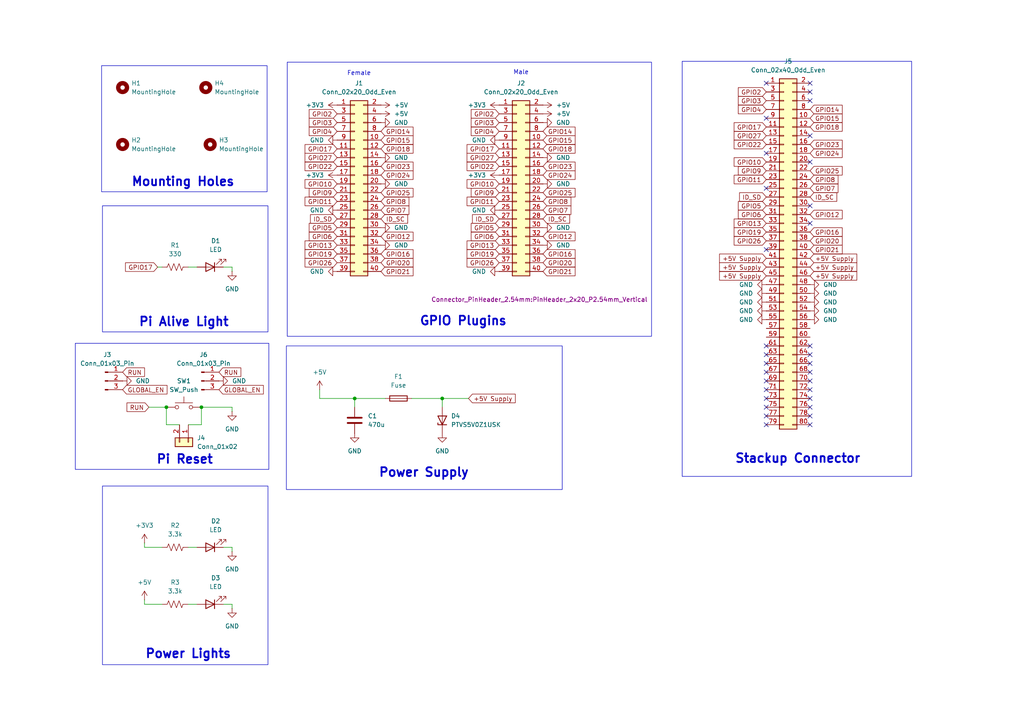
<source format=kicad_sch>
(kicad_sch (version 20250114) (generator "eeschema") (generator_version "9.0")
  (paper "A4")
  (lib_symbols
    (symbol "Connector:Conn_01x03_Pin" (pin_names (offset 1.016) (hide yes))
      (property "Reference" "J" (at 0 5.08 0))
      (property "Value" "Conn_01x03_Pin" (at 0 -5.08 0))
      (symbol "Conn_01x03_Pin_1_1"
        (pin passive line (at 5.08 2.54 180) (length 3.81) (name "Pin_1") (number "1"))
        (pin passive line (at 5.08 0 180) (length 3.81) (name "Pin_2") (number "2"))
        (pin passive line (at 5.08 -2.54 180) (length 3.81) (name "Pin_3") (number "3"))
      )
    )
    (symbol "Connector_Generic:Conn_01x02" (pin_names (offset 1.016) (hide yes))
      (property "Reference" "J" (at 0 2.54 0))
      (property "Value" "Conn_01x02" (at 0 -5.08 0))
      (symbol "Conn_01x02_1_1"
        (pin passive line (at -5.08 0 0) (length 3.81) (name "Pin_1") (number "1"))
        (pin passive line (at -5.08 -2.54 0) (length 3.81) (name "Pin_2") (number "2"))
      )
    )
    (symbol "Connector_Generic:Conn_02x20_Odd_Even" (pin_names (offset 1.016) (hide yes))
      (property "Reference" "J" (at 1.27 25.4 0))
      (property "Value" "Conn_02x20_Odd_Even" (at 1.27 -27.94 0))
      (symbol "Conn_02x20_Odd_Even_1_1"
        (pin passive line (at -5.08 22.86 0) (length 3.81) (name "Pin_1") (number "1"))
        (pin passive line (at -5.08 20.32 0) (length 3.81) (name "Pin_3") (number "3"))
        (pin passive line (at -5.08 17.78 0) (length 3.81) (name "Pin_5") (number "5"))
        (pin passive line (at -5.08 15.24 0) (length 3.81) (name "Pin_7") (number "7"))
        (pin passive line (at -5.08 12.7 0) (length 3.81) (name "Pin_9") (number "9"))
        (pin passive line (at -5.08 10.16 0) (length 3.81) (name "Pin_11") (number "11"))
        (pin passive line (at -5.08 7.62 0) (length 3.81) (name "Pin_13") (number "13"))
        (pin passive line (at -5.08 5.08 0) (length 3.81) (name "Pin_15") (number "15"))
        (pin passive line (at -5.08 2.54 0) (length 3.81) (name "Pin_17") (number "17"))
        (pin passive line (at -5.08 0 0) (length 3.81) (name "Pin_19") (number "19"))
        (pin passive line (at -5.08 -2.54 0) (length 3.81) (name "Pin_21") (number "21"))
        (pin passive line (at -5.08 -5.08 0) (length 3.81) (name "Pin_23") (number "23"))
        (pin passive line (at -5.08 -7.62 0) (length 3.81) (name "Pin_25") (number "25"))
        (pin passive line (at -5.08 -10.16 0) (length 3.81) (name "Pin_27") (number "27"))
        (pin passive line (at -5.08 -12.7 0) (length 3.81) (name "Pin_29") (number "29"))
        (pin passive line (at -5.08 -15.24 0) (length 3.81) (name "Pin_31") (number "31"))
        (pin passive line (at -5.08 -17.78 0) (length 3.81) (name "Pin_33") (number "33"))
        (pin passive line (at -5.08 -20.32 0) (length 3.81) (name "Pin_35") (number "35"))
        (pin passive line (at -5.08 -22.86 0) (length 3.81) (name "Pin_37") (number "37"))
        (pin passive line (at -5.08 -25.4 0) (length 3.81) (name "Pin_39") (number "39"))
        (pin passive line (at 7.62 22.86 180) (length 3.81) (name "Pin_2") (number "2"))
        (pin passive line (at 7.62 20.32 180) (length 3.81) (name "Pin_4") (number "4"))
        (pin passive line (at 7.62 17.78 180) (length 3.81) (name "Pin_6") (number "6"))
        (pin passive line (at 7.62 15.24 180) (length 3.81) (name "Pin_8") (number "8"))
        (pin passive line (at 7.62 12.7 180) (length 3.81) (name "Pin_10") (number "10"))
        (pin passive line (at 7.62 10.16 180) (length 3.81) (name "Pin_12") (number "12"))
        (pin passive line (at 7.62 7.62 180) (length 3.81) (name "Pin_14") (number "14"))
        (pin passive line (at 7.62 5.08 180) (length 3.81) (name "Pin_16") (number "16"))
        (pin passive line (at 7.62 2.54 180) (length 3.81) (name "Pin_18") (number "18"))
        (pin passive line (at 7.62 0 180) (length 3.81) (name "Pin_20") (number "20"))
        (pin passive line (at 7.62 -2.54 180) (length 3.81) (name "Pin_22") (number "22"))
        (pin passive line (at 7.62 -5.08 180) (length 3.81) (name "Pin_24") (number "24"))
        (pin passive line (at 7.62 -7.62 180) (length 3.81) (name "Pin_26") (number "26"))
        (pin passive line (at 7.62 -10.16 180) (length 3.81) (name "Pin_28") (number "28"))
        (pin passive line (at 7.62 -12.7 180) (length 3.81) (name "Pin_30") (number "30"))
        (pin passive line (at 7.62 -15.24 180) (length 3.81) (name "Pin_32") (number "32"))
        (pin passive line (at 7.62 -17.78 180) (length 3.81) (name "Pin_34") (number "34"))
        (pin passive line (at 7.62 -20.32 180) (length 3.81) (name "Pin_36") (number "36"))
        (pin passive line (at 7.62 -22.86 180) (length 3.81) (name "Pin_38") (number "38"))
        (pin passive line (at 7.62 -25.4 180) (length 3.81) (name "Pin_40") (number "40"))
      )
    )
    (symbol "Connector_Generic:Conn_02x40_Odd_Even" (pin_names (offset 1.016) (hide yes))
      (property "Reference" "J" (at 1.27 50.8 0))
      (property "Value" "Conn_02x40_Odd_Even" (at 1.27 -53.34 0))
      (symbol "Conn_02x40_Odd_Even_1_1"
        (pin passive line (at -5.08 48.26 0) (length 3.81) (name "Pin_1") (number "1"))
        (pin passive line (at -5.08 45.72 0) (length 3.81) (name "Pin_3") (number "3"))
        (pin passive line (at -5.08 43.18 0) (length 3.81) (name "Pin_5") (number "5"))
        (pin passive line (at -5.08 40.64 0) (length 3.81) (name "Pin_7") (number "7"))
        (pin passive line (at -5.08 38.1 0) (length 3.81) (name "Pin_9") (number "9"))
        (pin passive line (at -5.08 35.56 0) (length 3.81) (name "Pin_11") (number "11"))
        (pin passive line (at -5.08 33.02 0) (length 3.81) (name "Pin_13") (number "13"))
        (pin passive line (at -5.08 30.48 0) (length 3.81) (name "Pin_15") (number "15"))
        (pin passive line (at -5.08 27.94 0) (length 3.81) (name "Pin_17") (number "17"))
        (pin passive line (at -5.08 25.4 0) (length 3.81) (name "Pin_19") (number "19"))
        (pin passive line (at -5.08 22.86 0) (length 3.81) (name "Pin_21") (number "21"))
        (pin passive line (at -5.08 20.32 0) (length 3.81) (name "Pin_23") (number "23"))
        (pin passive line (at -5.08 17.78 0) (length 3.81) (name "Pin_25") (number "25"))
        (pin passive line (at -5.08 15.24 0) (length 3.81) (name "Pin_27") (number "27"))
        (pin passive line (at -5.08 12.7 0) (length 3.81) (name "Pin_29") (number "29"))
        (pin passive line (at -5.08 10.16 0) (length 3.81) (name "Pin_31") (number "31"))
        (pin passive line (at -5.08 7.62 0) (length 3.81) (name "Pin_33") (number "33"))
        (pin passive line (at -5.08 5.08 0) (length 3.81) (name "Pin_35") (number "35"))
        (pin passive line (at -5.08 2.54 0) (length 3.81) (name "Pin_37") (number "37"))
        (pin passive line (at -5.08 0 0) (length 3.81) (name "Pin_39") (number "39"))
        (pin passive line (at -5.08 -2.54 0) (length 3.81) (name "Pin_41") (number "41"))
        (pin passive line (at -5.08 -5.08 0) (length 3.81) (name "Pin_43") (number "43"))
        (pin passive line (at -5.08 -7.62 0) (length 3.81) (name "Pin_45") (number "45"))
        (pin passive line (at -5.08 -10.16 0) (length 3.81) (name "Pin_47") (number "47"))
        (pin passive line (at -5.08 -12.7 0) (length 3.81) (name "Pin_49") (number "49"))
        (pin passive line (at -5.08 -15.24 0) (length 3.81) (name "Pin_51") (number "51"))
        (pin passive line (at -5.08 -17.78 0) (length 3.81) (name "Pin_53") (number "53"))
        (pin passive line (at -5.08 -20.32 0) (length 3.81) (name "Pin_55") (number "55"))
        (pin passive line (at -5.08 -22.86 0) (length 3.81) (name "Pin_57") (number "57"))
        (pin passive line (at -5.08 -25.4 0) (length 3.81) (name "Pin_59") (number "59"))
        (pin passive line (at -5.08 -27.94 0) (length 3.81) (name "Pin_61") (number "61"))
        (pin passive line (at -5.08 -30.48 0) (length 3.81) (name "Pin_63") (number "63"))
        (pin passive line (at -5.08 -33.02 0) (length 3.81) (name "Pin_65") (number "65"))
        (pin passive line (at -5.08 -35.56 0) (length 3.81) (name "Pin_67") (number "67"))
        (pin passive line (at -5.08 -38.1 0) (length 3.81) (name "Pin_69") (number "69"))
        (pin passive line (at -5.08 -40.64 0) (length 3.81) (name "Pin_71") (number "71"))
        (pin passive line (at -5.08 -43.18 0) (length 3.81) (name "Pin_73") (number "73"))
        (pin passive line (at -5.08 -45.72 0) (length 3.81) (name "Pin_75") (number "75"))
        (pin passive line (at -5.08 -48.26 0) (length 3.81) (name "Pin_77") (number "77"))
        (pin passive line (at -5.08 -50.8 0) (length 3.81) (name "Pin_79") (number "79"))
        (pin passive line (at 7.62 48.26 180) (length 3.81) (name "Pin_2") (number "2"))
        (pin passive line (at 7.62 45.72 180) (length 3.81) (name "Pin_4") (number "4"))
        (pin passive line (at 7.62 43.18 180) (length 3.81) (name "Pin_6") (number "6"))
        (pin passive line (at 7.62 40.64 180) (length 3.81) (name "Pin_8") (number "8"))
        (pin passive line (at 7.62 38.1 180) (length 3.81) (name "Pin_10") (number "10"))
        (pin passive line (at 7.62 35.56 180) (length 3.81) (name "Pin_12") (number "12"))
        (pin passive line (at 7.62 33.02 180) (length 3.81) (name "Pin_14") (number "14"))
        (pin passive line (at 7.62 30.48 180) (length 3.81) (name "Pin_16") (number "16"))
        (pin passive line (at 7.62 27.94 180) (length 3.81) (name "Pin_18") (number "18"))
        (pin passive line (at 7.62 25.4 180) (length 3.81) (name "Pin_20") (number "20"))
        (pin passive line (at 7.62 22.86 180) (length 3.81) (name "Pin_22") (number "22"))
        (pin passive line (at 7.62 20.32 180) (length 3.81) (name "Pin_24") (number "24"))
        (pin passive line (at 7.62 17.78 180) (length 3.81) (name "Pin_26") (number "26"))
        (pin passive line (at 7.62 15.24 180) (length 3.81) (name "Pin_28") (number "28"))
        (pin passive line (at 7.62 12.7 180) (length 3.81) (name "Pin_30") (number "30"))
        (pin passive line (at 7.62 10.16 180) (length 3.81) (name "Pin_32") (number "32"))
        (pin passive line (at 7.62 7.62 180) (length 3.81) (name "Pin_34") (number "34"))
        (pin passive line (at 7.62 5.08 180) (length 3.81) (name "Pin_36") (number "36"))
        (pin passive line (at 7.62 2.54 180) (length 3.81) (name "Pin_38") (number "38"))
        (pin passive line (at 7.62 0 180) (length 3.81) (name "Pin_40") (number "40"))
        (pin passive line (at 7.62 -2.54 180) (length 3.81) (name "Pin_42") (number "42"))
        (pin passive line (at 7.62 -5.08 180) (length 3.81) (name "Pin_44") (number "44"))
        (pin passive line (at 7.62 -7.62 180) (length 3.81) (name "Pin_46") (number "46"))
        (pin passive line (at 7.62 -10.16 180) (length 3.81) (name "Pin_48") (number "48"))
        (pin passive line (at 7.62 -12.7 180) (length 3.81) (name "Pin_50") (number "50"))
        (pin passive line (at 7.62 -15.24 180) (length 3.81) (name "Pin_52") (number "52"))
        (pin passive line (at 7.62 -17.78 180) (length 3.81) (name "Pin_54") (number "54"))
        (pin passive line (at 7.62 -20.32 180) (length 3.81) (name "Pin_56") (number "56"))
        (pin passive line (at 7.62 -22.86 180) (length 3.81) (name "Pin_58") (number "58"))
        (pin passive line (at 7.62 -25.4 180) (length 3.81) (name "Pin_60") (number "60"))
        (pin passive line (at 7.62 -27.94 180) (length 3.81) (name "Pin_62") (number "62"))
        (pin passive line (at 7.62 -30.48 180) (length 3.81) (name "Pin_64") (number "64"))
        (pin passive line (at 7.62 -33.02 180) (length 3.81) (name "Pin_66") (number "66"))
        (pin passive line (at 7.62 -35.56 180) (length 3.81) (name "Pin_68") (number "68"))
        (pin passive line (at 7.62 -38.1 180) (length 3.81) (name "Pin_70") (number "70"))
        (pin passive line (at 7.62 -40.64 180) (length 3.81) (name "Pin_72") (number "72"))
        (pin passive line (at 7.62 -43.18 180) (length 3.81) (name "Pin_74") (number "74"))
        (pin passive line (at 7.62 -45.72 180) (length 3.81) (name "Pin_76") (number "76"))
        (pin passive line (at 7.62 -48.26 180) (length 3.81) (name "Pin_78") (number "78"))
        (pin passive line (at 7.62 -50.8 180) (length 3.81) (name "Pin_80") (number "80"))
      )
    )
    (symbol "Device:C" (pin_numbers (hide yes)) (pin_names (offset 0.254))
      (property "Reference" "C" (at 0.635 2.54 0))
      (property "Value" "C" (at 0.635 -2.54 0))
      (symbol "C_1_1"
        (pin passive line (at 0 3.81 270) (length 2.794) (name "~") (number "1"))
        (pin passive line (at 0 -3.81 90) (length 2.794) (name "~") (number "2"))
      )
    )
    (symbol "Device:Fuse" (pin_numbers (hide yes)) (pin_names (offset 0))
      (property "Reference" "F" (at 2.032 0 90))
      (property "Value" "Fuse" (at -1.905 0 90))
      (symbol "Fuse_1_1"
        (pin passive line (at 0 3.81 270) (length 1.27) (name "~") (number "1"))
        (pin passive line (at 0 -3.81 90) (length 1.27) (name "~") (number "2"))
      )
    )
    (symbol "Device:LED" (pin_numbers (hide yes)) (pin_names (offset 1.016) (hide yes))
      (property "Reference" "D" (at 0 2.54 0))
      (property "Value" "LED" (at 0 -2.54 0))
      (symbol "LED_1_1"
        (pin passive line (at -3.81 0 0) (length 2.54) (name "K") (number "1"))
        (pin passive line (at 3.81 0 180) (length 2.54) (name "A") (number "2"))
      )
    )
    (symbol "Device:R_US" (pin_numbers (hide yes)) (pin_names (offset 0))
      (property "Reference" "R" (at 2.54 0 90))
      (property "Value" "R_US" (at -2.54 0 90))
      (symbol "R_US_1_1"
        (pin passive line (at 0 3.81 270) (length 1.27) (name "~") (number "1"))
        (pin passive line (at 0 -3.81 90) (length 1.27) (name "~") (number "2"))
      )
    )
    (symbol "Diode:PTVS5V0Z1USK" (pin_numbers (hide yes)) (pin_names (hide yes))
      (property "Reference" "D" (at 0 2.54 0))
      (property "Value" "PTVS5V0Z1USK" (at 0 -2.54 0))
      (symbol "PTVS5V0Z1USK_1_1"
        (pin passive line (at -3.81 0 0) (length 2.54) (name "K") (number "1"))
        (pin passive line (at 3.81 0 180) (length 2.54) (name "A") (number "2"))
      )
    )
    (symbol "Mechanical:MountingHole" (pin_names (offset 1.016)) (in_bom no)
      (property "Reference" "H" (at 0 5.08 0))
      (property "Value" "MountingHole" (at 0 3.175 0))
    )
    (symbol "Switch:SW_Push" (pin_numbers (hide yes)) (pin_names (offset 1.016) (hide yes))
      (property "Reference" "SW" (at 1.27 2.54 0))
      (property "Value" "SW_Push" (at 0 -1.524 0))
      (symbol "SW_Push_0_1"
        (pin passive line (at -5.08 0 0) (length 2.54) (name "1") (number "1"))
        (pin passive line (at 5.08 0 180) (length 2.54) (name "2") (number "2"))
      )
    )
    (symbol "power:+3V3" (power) (pin_numbers (hide yes)) (pin_names (offset 0) (hide yes))
      (property "Value" "+3V3" (at 0 3.556 0))
      (symbol "+3V3_1_1"
        (pin power_in line (at 0 0 90) (length 0) (name "~") (number "1"))
      )
    )
    (symbol "power:+5V" (power) (pin_numbers (hide yes)) (pin_names (offset 0) (hide yes))
      (property "Value" "+5V" (at 0 3.556 0))
      (symbol "+5V_1_1"
        (pin power_in line (at 0 0 90) (length 0) (name "~") (number "1"))
      )
    )
    (symbol "power:GND" (power) (pin_numbers (hide yes)) (pin_names (offset 0) (hide yes))
      (property "Value" "GND" (at 0 -3.81 0))
      (symbol "GND_1_1"
        (pin power_in line (at 0 0 270) (length 0) (name "~") (number "1"))
      )
    )
  )
  (rectangle (start 197.866 17.78) (end 264.414 138.176))
  (rectangle (start 83.312 18.034) (end 188.976 97.536))
  (rectangle (start 21.844 99.568) (end 77.978 136.144))
  (rectangle (start 29.718 59.69) (end 77.724 96.266))
  (rectangle (start 83.058 100.33) (end 163.068 141.986))
  (rectangle (start 29.464 19.05) (end 77.47 55.626))
  (rectangle (start 29.718 140.97) (end 77.724 192.786))
  (text "Female" (at 104.14 21.336 0) (effects (font (size 1.27 1.27))))
  (text "Power Supply" (at 122.936 137.16 0) (effects (font (size 2.54 2.54) (thickness 0.508) (bold yes))))
  (text "Pi Reset" (at 53.594 133.35 0) (effects (font (size 2.54 2.54) (thickness 0.508) (bold yes))))
  (text "GPIO Plugins" (at 134.366 93.218 0) (effects (font (size 2.54 2.54) (thickness 0.508) (bold yes))))
  (text "Stackup Connector\n" (at 231.394 133.096 0) (effects (font (size 2.54 2.54) (thickness 0.508) (bold yes))))
  (text "Power Lights" (at 54.61 189.738 0) (effects (font (size 2.54 2.54) (thickness 0.508) (bold yes))))
  (text "Pi Alive Light" (at 53.34 93.472 0) (effects (font (size 2.54 2.54) (thickness 0.508) (bold yes))))
  (text "Male" (at 151.13 21.082 0) (effects (font (size 1.27 1.27))))
  (text "Mounting Holes" (at 53.086 52.832 0) (effects (font (size 2.54 2.54) (thickness 0.508) (bold yes))))
  (junction (at 48.26 118.11))
  (junction (at 128.27 115.57))
  (junction (at 58.42 118.11))
  (junction (at 102.87 115.57))
  (no_connect (at 234.95 115.57))
  (no_connect (at 234.95 107.95))
  (no_connect (at 222.25 72.39))
  (no_connect (at 234.95 113.03))
  (no_connect (at 222.25 110.49))
  (no_connect (at 234.95 118.11))
  (no_connect (at 234.95 102.87))
  (no_connect (at 222.25 123.19))
  (no_connect (at 234.95 100.33))
  (no_connect (at 222.25 54.61))
  (no_connect (at 234.95 29.21))
  (no_connect (at 222.25 24.13))
  (no_connect (at 234.95 59.69))
  (no_connect (at 222.25 115.57))
  (no_connect (at 234.95 26.67))
  (no_connect (at 234.95 120.65))
  (no_connect (at 222.25 120.65))
  (no_connect (at 234.95 24.13))
  (no_connect (at 234.95 46.99))
  (no_connect (at 222.25 113.03))
  (no_connect (at 234.95 105.41))
  (no_connect (at 222.25 100.33))
  (no_connect (at 234.95 64.77))
  (no_connect (at 234.95 110.49))
  (no_connect (at 222.25 44.45))
  (no_connect (at 222.25 107.95))
  (no_connect (at 234.95 39.37))
  (no_connect (at 234.95 123.19))
  (no_connect (at 222.25 102.87))
  (no_connect (at 222.25 105.41))
  (no_connect (at 222.25 118.11))
  (no_connect (at 222.25 34.29))
  (wire (pts (xy 102.87 115.57) (xy 111.76 115.57)))
  (wire (pts (xy 102.87 115.57) (xy 102.87 118.11)))
  (wire (pts (xy 45.72 77.47) (xy 46.99 77.47)))
  (wire (pts (xy 64.77 77.47) (xy 67.31 77.47)))
  (wire (pts (xy 54.61 158.75) (xy 57.15 158.75)))
  (wire (pts (xy 48.26 123.19) (xy 52.07 123.19)))
  (wire (pts (xy 43.18 118.11) (xy 48.26 118.11)))
  (wire (pts (xy 58.42 118.11) (xy 67.31 118.11)))
  (wire (pts (xy 92.71 113.03) (xy 92.71 115.57)))
  (wire (pts (xy 67.31 118.11) (xy 67.31 119.38)))
  (wire (pts (xy 128.27 118.11) (xy 128.27 115.57)))
  (wire (pts (xy 54.61 123.19) (xy 58.42 123.19)))
  (wire (pts (xy 119.38 115.57) (xy 128.27 115.57)))
  (wire (pts (xy 128.27 115.57) (xy 135.89 115.57)))
  (wire (pts (xy 54.61 77.47) (xy 57.15 77.47)))
  (wire (pts (xy 58.42 123.19) (xy 58.42 118.11)))
  (wire (pts (xy 92.71 115.57) (xy 102.87 115.57)))
  (wire (pts (xy 41.91 173.99) (xy 41.91 175.26)))
  (wire (pts (xy 54.61 175.26) (xy 57.15 175.26)))
  (wire (pts (xy 67.31 175.26) (xy 67.31 176.53)))
  (wire (pts (xy 67.31 158.75) (xy 67.31 160.02)))
  (wire (pts (xy 48.26 118.11) (xy 48.26 123.19)))
  (wire (pts (xy 41.91 158.75) (xy 46.99 158.75)))
  (wire (pts (xy 64.77 175.26) (xy 67.31 175.26)))
  (wire (pts (xy 67.31 77.47) (xy 67.31 78.74)))
  (wire (pts (xy 64.77 158.75) (xy 67.31 158.75)))
  (wire (pts (xy 41.91 157.48) (xy 41.91 158.75)))
  (wire (pts (xy 41.91 175.26) (xy 46.99 175.26)))
  (global_label "GPIO8" (shape input) (at 110.49 58.42 0) (property "Intersheetrefs" "${INTERSHEET_REFS}" (effects (hide yes))))
  (global_label "GPIO2" (shape input) (at 97.79 33.02 180) (property "Intersheetrefs" "${INTERSHEET_REFS}" (effects (hide yes))))
  (global_label "+5V Supply" (shape input) (at 234.95 74.93 0) (property "Intersheetrefs" "${INTERSHEET_REFS}" (effects (hide yes))))
  (global_label "GPIO12" (shape input) (at 110.49 68.58 0) (property "Intersheetrefs" "${INTERSHEET_REFS}" (effects (hide yes))))
  (global_label "GPIO6" (shape input) (at 144.78 68.58 180) (property "Intersheetrefs" "${INTERSHEET_REFS}" (effects (hide yes))))
  (global_label "GPIO10" (shape input) (at 97.79 53.34 180) (property "Intersheetrefs" "${INTERSHEET_REFS}" (effects (hide yes))))
  (global_label "GPIO22" (shape input) (at 97.79 48.26 180) (property "Intersheetrefs" "${INTERSHEET_REFS}" (effects (hide yes))))
  (global_label "ID_SC" (shape input) (at 234.95 57.15 0) (property "Intersheetrefs" "${INTERSHEET_REFS}" (effects (hide yes))))
  (global_label "GPIO25" (shape input) (at 234.95 49.53 0) (property "Intersheetrefs" "${INTERSHEET_REFS}" (effects (hide yes))))
  (global_label "ID_SD" (shape input) (at 97.79 63.5 180) (property "Intersheetrefs" "${INTERSHEET_REFS}" (effects (hide yes))))
  (global_label "GPIO18" (shape input) (at 157.48 43.18 0) (property "Intersheetrefs" "${INTERSHEET_REFS}" (effects (hide yes))))
  (global_label "GPIO21" (shape input) (at 234.95 72.39 0) (property "Intersheetrefs" "${INTERSHEET_REFS}" (effects (hide yes))))
  (global_label "GPIO2" (shape input) (at 144.78 33.02 180) (property "Intersheetrefs" "${INTERSHEET_REFS}" (effects (hide yes))))
  (global_label "GPIO24" (shape input) (at 234.95 44.45 0) (property "Intersheetrefs" "${INTERSHEET_REFS}" (effects (hide yes))))
  (global_label "GPIO15" (shape input) (at 157.48 40.64 0) (property "Intersheetrefs" "${INTERSHEET_REFS}" (effects (hide yes))))
  (global_label "RUN" (shape input) (at 43.18 118.11 180) (property "Intersheetrefs" "${INTERSHEET_REFS}" (effects (hide yes))))
  (global_label "GPIO8" (shape input) (at 234.95 52.07 0) (property "Intersheetrefs" "${INTERSHEET_REFS}" (effects (hide yes))))
  (global_label "GPIO9" (shape input) (at 144.78 55.88 180) (property "Intersheetrefs" "${INTERSHEET_REFS}" (effects (hide yes))))
  (global_label "GPIO21" (shape input) (at 110.49 78.74 0) (property "Intersheetrefs" "${INTERSHEET_REFS}" (effects (hide yes))))
  (global_label "GPIO20" (shape input) (at 234.95 69.85 0) (property "Intersheetrefs" "${INTERSHEET_REFS}" (effects (hide yes))))
  (global_label "RUN" (shape input) (at 35.56 107.95 0) (property "Intersheetrefs" "${INTERSHEET_REFS}" (effects (hide yes))))
  (global_label "GPIO27" (shape input) (at 222.25 39.37 180) (property "Intersheetrefs" "${INTERSHEET_REFS}" (effects (hide yes))))
  (global_label "GPIO6" (shape input) (at 97.79 68.58 180) (property "Intersheetrefs" "${INTERSHEET_REFS}" (effects (hide yes))))
  (global_label "GPIO7" (shape input) (at 157.48 60.96 0) (property "Intersheetrefs" "${INTERSHEET_REFS}" (effects (hide yes))))
  (global_label "GPIO11" (shape input) (at 97.79 58.42 180) (property "Intersheetrefs" "${INTERSHEET_REFS}" (effects (hide yes))))
  (global_label "GPIO16" (shape input) (at 234.95 67.31 0) (property "Intersheetrefs" "${INTERSHEET_REFS}" (effects (hide yes))))
  (global_label "GPIO7" (shape input) (at 110.49 60.96 0) (property "Intersheetrefs" "${INTERSHEET_REFS}" (effects (hide yes))))
  (global_label "GPIO20" (shape input) (at 157.48 76.2 0) (property "Intersheetrefs" "${INTERSHEET_REFS}" (effects (hide yes))))
  (global_label "GPIO10" (shape input) (at 222.25 46.99 180) (property "Intersheetrefs" "${INTERSHEET_REFS}" (effects (hide yes))))
  (global_label "GPIO13" (shape input) (at 97.79 71.12 180) (property "Intersheetrefs" "${INTERSHEET_REFS}" (effects (hide yes))))
  (global_label "GPIO15" (shape input) (at 234.95 34.29 0) (property "Intersheetrefs" "${INTERSHEET_REFS}" (effects (hide yes))))
  (global_label "GPIO13" (shape input) (at 144.78 71.12 180) (property "Intersheetrefs" "${INTERSHEET_REFS}" (effects (hide yes))))
  (global_label "+5V Supply" (shape input) (at 234.95 80.01 0) (property "Intersheetrefs" "${INTERSHEET_REFS}" (effects (hide yes))))
  (global_label "GPIO23" (shape input) (at 110.49 48.26 0) (property "Intersheetrefs" "${INTERSHEET_REFS}" (effects (hide yes))))
  (global_label "GPIO19" (shape input) (at 144.78 73.66 180) (property "Intersheetrefs" "${INTERSHEET_REFS}" (effects (hide yes))))
  (global_label "GPIO3" (shape input) (at 222.25 29.21 180) (property "Intersheetrefs" "${INTERSHEET_REFS}" (effects (hide yes))))
  (global_label "GPIO20" (shape input) (at 110.49 76.2 0) (property "Intersheetrefs" "${INTERSHEET_REFS}" (effects (hide yes))))
  (global_label "GPIO17" (shape input) (at 144.78 43.18 180) (property "Intersheetrefs" "${INTERSHEET_REFS}" (effects (hide yes))))
  (global_label "GPIO17" (shape input) (at 222.25 36.83 180) (property "Intersheetrefs" "${INTERSHEET_REFS}" (effects (hide yes))))
  (global_label "GPIO25" (shape input) (at 110.49 55.88 0) (property "Intersheetrefs" "${INTERSHEET_REFS}" (effects (hide yes))))
  (global_label "GPIO10" (shape input) (at 144.78 53.34 180) (property "Intersheetrefs" "${INTERSHEET_REFS}" (effects (hide yes))))
  (global_label "GPIO14" (shape input) (at 234.95 31.75 0) (property "Intersheetrefs" "${INTERSHEET_REFS}" (effects (hide yes))))
  (global_label "GPIO6" (shape input) (at 222.25 62.23 180) (property "Intersheetrefs" "${INTERSHEET_REFS}" (effects (hide yes))))
  (global_label "GPIO7" (shape input) (at 234.95 54.61 0) (property "Intersheetrefs" "${INTERSHEET_REFS}" (effects (hide yes))))
  (global_label "RUN" (shape input) (at 63.5 107.95 0) (property "Intersheetrefs" "${INTERSHEET_REFS}" (effects (hide yes))))
  (global_label "GPIO11" (shape input) (at 144.78 58.42 180) (property "Intersheetrefs" "${INTERSHEET_REFS}" (effects (hide yes))))
  (global_label "ID_SC" (shape input) (at 110.49 63.5 0) (property "Intersheetrefs" "${INTERSHEET_REFS}" (effects (hide yes))))
  (global_label "GPIO4" (shape input) (at 222.25 31.75 180) (property "Intersheetrefs" "${INTERSHEET_REFS}" (effects (hide yes))))
  (global_label "GPIO5" (shape input) (at 222.25 59.69 180) (property "Intersheetrefs" "${INTERSHEET_REFS}" (effects (hide yes))))
  (global_label "GPIO12" (shape input) (at 157.48 68.58 0) (property "Intersheetrefs" "${INTERSHEET_REFS}" (effects (hide yes))))
  (global_label "GPIO21" (shape input) (at 157.48 78.74 0) (property "Intersheetrefs" "${INTERSHEET_REFS}" (effects (hide yes))))
  (global_label "ID_SD" (shape input) (at 222.25 57.15 180) (property "Intersheetrefs" "${INTERSHEET_REFS}" (effects (hide yes))))
  (global_label "GPIO19" (shape input) (at 222.25 67.31 180) (property "Intersheetrefs" "${INTERSHEET_REFS}" (effects (hide yes))))
  (global_label "GPIO17" (shape input) (at 97.79 43.18 180) (property "Intersheetrefs" "${INTERSHEET_REFS}" (effects (hide yes))))
  (global_label "GPIO16" (shape input) (at 110.49 73.66 0) (property "Intersheetrefs" "${INTERSHEET_REFS}" (effects (hide yes))))
  (global_label "GPIO26" (shape input) (at 144.78 76.2 180) (property "Intersheetrefs" "${INTERSHEET_REFS}" (effects (hide yes))))
  (global_label "+5V Supply" (shape input) (at 222.25 74.93 180) (property "Intersheetrefs" "${INTERSHEET_REFS}" (effects (hide yes))))
  (global_label "GPIO14" (shape input) (at 110.49 38.1 0) (property "Intersheetrefs" "${INTERSHEET_REFS}" (effects (hide yes))))
  (global_label "+5V Supply" (shape input) (at 135.89 115.57 0) (property "Intersheetrefs" "${INTERSHEET_REFS}" (effects (hide yes))))
  (global_label "GLOBAL_EN" (shape input) (at 35.56 113.03 0) (property "Intersheetrefs" "${INTERSHEET_REFS}" (effects (hide yes))))
  (global_label "GPIO4" (shape input) (at 144.78 38.1 180) (property "Intersheetrefs" "${INTERSHEET_REFS}" (effects (hide yes))))
  (global_label "+5V Supply" (shape input) (at 222.25 77.47 180) (property "Intersheetrefs" "${INTERSHEET_REFS}" (effects (hide yes))))
  (global_label "GPIO5" (shape input) (at 144.78 66.04 180) (property "Intersheetrefs" "${INTERSHEET_REFS}" (effects (hide yes))))
  (global_label "GPIO19" (shape input) (at 97.79 73.66 180) (property "Intersheetrefs" "${INTERSHEET_REFS}" (effects (hide yes))))
  (global_label "GPIO3" (shape input) (at 144.78 35.56 180) (property "Intersheetrefs" "${INTERSHEET_REFS}" (effects (hide yes))))
  (global_label "GPIO18" (shape input) (at 110.49 43.18 0) (property "Intersheetrefs" "${INTERSHEET_REFS}" (effects (hide yes))))
  (global_label "GPIO11" (shape input) (at 222.25 52.07 180) (property "Intersheetrefs" "${INTERSHEET_REFS}" (effects (hide yes))))
  (global_label "GPIO13" (shape input) (at 222.25 64.77 180) (property "Intersheetrefs" "${INTERSHEET_REFS}" (effects (hide yes))))
  (global_label "GPIO4" (shape input) (at 97.79 38.1 180) (property "Intersheetrefs" "${INTERSHEET_REFS}" (effects (hide yes))))
  (global_label "GPIO22" (shape input) (at 144.78 48.26 180) (property "Intersheetrefs" "${INTERSHEET_REFS}" (effects (hide yes))))
  (global_label "+5V Supply" (shape input) (at 222.25 80.01 180) (property "Intersheetrefs" "${INTERSHEET_REFS}" (effects (hide yes))))
  (global_label "GPIO8" (shape input) (at 157.48 58.42 0) (property "Intersheetrefs" "${INTERSHEET_REFS}" (effects (hide yes))))
  (global_label "ID_SC" (shape input) (at 157.48 63.5 0) (property "Intersheetrefs" "${INTERSHEET_REFS}" (effects (hide yes))))
  (global_label "GPIO25" (shape input) (at 157.48 55.88 0) (property "Intersheetrefs" "${INTERSHEET_REFS}" (effects (hide yes))))
  (global_label "GPIO24" (shape input) (at 157.48 50.8 0) (property "Intersheetrefs" "${INTERSHEET_REFS}" (effects (hide yes))))
  (global_label "GPIO3" (shape input) (at 97.79 35.56 180) (property "Intersheetrefs" "${INTERSHEET_REFS}" (effects (hide yes))))
  (global_label "GLOBAL_EN" (shape input) (at 63.5 113.03 0) (property "Intersheetrefs" "${INTERSHEET_REFS}" (effects (hide yes))))
  (global_label "GPIO23" (shape input) (at 157.48 48.26 0) (property "Intersheetrefs" "${INTERSHEET_REFS}" (effects (hide yes))))
  (global_label "GPIO9" (shape input) (at 222.25 49.53 180) (property "Intersheetrefs" "${INTERSHEET_REFS}" (effects (hide yes))))
  (global_label "GPIO26" (shape input) (at 97.79 76.2 180) (property "Intersheetrefs" "${INTERSHEET_REFS}" (effects (hide yes))))
  (global_label "GPIO5" (shape input) (at 97.79 66.04 180) (property "Intersheetrefs" "${INTERSHEET_REFS}" (effects (hide yes))))
  (global_label "+5V Supply" (shape input) (at 234.95 77.47 0) (property "Intersheetrefs" "${INTERSHEET_REFS}" (effects (hide yes))))
  (global_label "GPIO27" (shape input) (at 97.79 45.72 180) (property "Intersheetrefs" "${INTERSHEET_REFS}" (effects (hide yes))))
  (global_label "GPIO22" (shape input) (at 222.25 41.91 180) (property "Intersheetrefs" "${INTERSHEET_REFS}" (effects (hide yes))))
  (global_label "GPIO26" (shape input) (at 222.25 69.85 180) (property "Intersheetrefs" "${INTERSHEET_REFS}" (effects (hide yes))))
  (global_label "GPIO23" (shape input) (at 234.95 41.91 0) (property "Intersheetrefs" "${INTERSHEET_REFS}" (effects (hide yes))))
  (global_label "GPIO17" (shape input) (at 45.72 77.47 180) (property "Intersheetrefs" "${INTERSHEET_REFS}" (effects (hide yes))))
  (global_label "GPIO27" (shape input) (at 144.78 45.72 180) (property "Intersheetrefs" "${INTERSHEET_REFS}" (effects (hide yes))))
  (global_label "GPIO24" (shape input) (at 110.49 50.8 0) (property "Intersheetrefs" "${INTERSHEET_REFS}" (effects (hide yes))))
  (global_label "GPIO9" (shape input) (at 97.79 55.88 180) (property "Intersheetrefs" "${INTERSHEET_REFS}" (effects (hide yes))))
  (global_label "GPIO12" (shape input) (at 234.95 62.23 0) (property "Intersheetrefs" "${INTERSHEET_REFS}" (effects (hide yes))))
  (global_label "ID_SD" (shape input) (at 144.78 63.5 180) (property "Intersheetrefs" "${INTERSHEET_REFS}" (effects (hide yes))))
  (global_label "GPIO16" (shape input) (at 157.48 73.66 0) (property "Intersheetrefs" "${INTERSHEET_REFS}" (effects (hide yes))))
  (global_label "GPIO14" (shape input) (at 157.48 38.1 0) (property "Intersheetrefs" "${INTERSHEET_REFS}" (effects (hide yes))))
  (global_label "GPIO18" (shape input) (at 234.95 36.83 0) (property "Intersheetrefs" "${INTERSHEET_REFS}" (effects (hide yes))))
  (global_label "GPIO2" (shape input) (at 222.25 26.67 180) (property "Intersheetrefs" "${INTERSHEET_REFS}" (effects (hide yes))))
  (global_label "GPIO15" (shape input) (at 110.49 40.64 0) (property "Intersheetrefs" "${INTERSHEET_REFS}" (effects (hide yes))))
  (symbol (lib_id "power:+5V") (at 157.48 33.02 270) (unit 1)
    (property "Reference" "#PWR019" (effects (hide yes)))
    (property "Value" "+5V" (at 161.29 33.0199 90) (effects (justify left)))
    (property "Description" "Power symbol creates a global label with name \"+5V\"" (effects (hide yes)))
  )
  (symbol (lib_id "power:+5V") (at 110.49 33.02 270) (unit 1)
    (property "Reference" "#PWR03" (effects (hide yes)))
    (property "Value" "+5V" (at 114.3 33.0199 90) (effects (justify left)))
    (property "Description" "Power symbol creates a global label with name \"+5V\"" (effects (hide yes)))
  )
  (symbol (lib_id "power:GND") (at 63.5 110.49 90) (unit 1)
    (property "Reference" "#PWR044" (effects (hide yes)))
    (property "Value" "GND" (at 67.31 110.4899 90) (effects (justify right)))
    (property "Description" "Power symbol creates a global label with name \"GND\" , ground" (effects (hide yes)))
  )
  (symbol (lib_id "power:GND") (at 234.95 92.71 90) (unit 1)
    (property "Reference" "#PWR043" (effects (hide yes)))
    (property "Value" "GND" (at 238.76 92.7099 90) (effects (justify right)))
    (property "Description" "Power symbol creates a global label with name \"GND\" , ground" (effects (hide yes)))
  )
  (symbol (lib_id "power:GND") (at 110.49 35.56 90) (unit 1)
    (property "Reference" "#PWR04" (effects (hide yes)))
    (property "Value" "GND" (at 114.3 35.5599 90) (effects (justify right)))
    (property "Description" "Power symbol creates a global label with name \"GND\" , ground" (effects (hide yes)))
  )
  (symbol (lib_id "Mechanical:MountingHole") (at 59.69 25.4 0) (unit 1) (in_bom no)
    (property "Reference" "H4" (at 62.23 24.1299 0) (effects (justify left)))
    (property "Value" "MountingHole" (at 62.23 26.6699 0) (effects (justify left)))
    (property "Footprint" "MountingHole:MountingHole_3.2mm_M3" (effects (hide yes)))
    (property "Description" "Mounting Hole without connection" (effects (hide yes)))
  )
  (symbol (lib_id "Device:R_US") (at 50.8 158.75 90) (unit 1)
    (property "Reference" "R2" (at 50.8 152.4 90))
    (property "Value" "3.3k" (at 50.8 154.94 90))
    (property "Footprint" "Resistor_SMD:R_0805_2012Metric_Pad1.20x1.40mm_HandSolder" (effects (hide yes)))
    (property "Description" "Resistor, US symbol" (effects (hide yes)))
  )
  (symbol (lib_id "power:+5V") (at 41.91 173.99 0) (unit 1)
    (property "Reference" "#PWR030" (effects (hide yes)))
    (property "Value" "+5V" (at 41.91 168.91 0))
    (property "Description" "Power symbol creates a global label with name \"+5V\"" (effects (hide yes)))
  )
  (symbol (lib_id "power:GND") (at 67.31 119.38 0) (unit 1)
    (property "Reference" "#PWR026" (effects (hide yes)))
    (property "Value" "GND" (at 67.31 124.46 0))
    (property "Description" "Power symbol creates a global label with name \"GND\" , ground" (effects (hide yes)))
  )
  (symbol (lib_id "power:GND") (at 67.31 176.53 0) (unit 1)
    (property "Reference" "#PWR028" (effects (hide yes)))
    (property "Value" "GND" (at 67.31 181.61 0))
    (property "Description" "Power symbol creates a global label with name \"GND\" , ground" (effects (hide yes)))
  )
  (symbol (lib_id "power:GND") (at 234.95 85.09 90) (unit 1)
    (property "Reference" "#PWR036" (effects (hide yes)))
    (property "Value" "GND" (at 238.76 85.0899 90) (effects (justify right)))
    (property "Description" "Power symbol creates a global label with name \"GND\" , ground" (effects (hide yes)))
  )
  (symbol (lib_id "Diode:PTVS5V0Z1USK") (at 128.27 121.92 90) (unit 1)
    (property "Reference" "D4" (at 130.81 120.6499 90) (effects (justify right)))
    (property "Value" "PTVS5V0Z1USK" (at 130.81 123.1899 90) (effects (justify right)))
    (property "Footprint" "Diode_SMD:Nexperia_DSN1608-2_1.6x0.8mm" (effects (hide yes)))
    (property "Datasheet" "https://assets.nexperia.com/documents/data-sheet/PTVS5V0Z1USK.pdf" (effects (hide yes)))
    (property "Description" "5V, 1200W TVS unidirectional diode, DSN1608-2" (effects (hide yes)))
  )
  (symbol (lib_id "power:GND") (at 144.78 78.74 270) (unit 1)
    (property "Reference" "#PWR017" (effects (hide yes)))
    (property "Value" "GND" (at 140.97 78.7399 90) (effects (justify right)))
    (property "Description" "Power symbol creates a global label with name \"GND\" , ground" (effects (hide yes)))
  )
  (symbol (lib_id "Switch:SW_Push") (at 53.34 118.11 0) (unit 1)
    (property "Reference" "SW1" (at 53.34 110.49 0))
    (property "Value" "SW_Push" (at 53.34 113.03 0))
    (property "Footprint" "Button_Switch_THT:SW_PUSH_6mm" (effects (hide yes)))
    (property "Description" "Push button switch, generic, two pins" (effects (hide yes)))
  )
  (symbol (lib_id "power:GND") (at 144.78 40.64 270) (unit 1)
    (property "Reference" "#PWR014" (effects (hide yes)))
    (property "Value" "GND" (at 140.97 40.6399 90) (effects (justify right)))
    (property "Description" "Power symbol creates a global label with name \"GND\" , ground" (effects (hide yes)))
  )
  (symbol (lib_id "Mechanical:MountingHole") (at 35.56 41.91 0) (unit 1) (in_bom no)
    (property "Reference" "H2" (at 38.1 40.6399 0) (effects (justify left)))
    (property "Value" "MountingHole" (at 38.1 43.1799 0) (effects (justify left)))
    (property "Footprint" "MountingHole:MountingHole_3.2mm_M3" (effects (hide yes)))
    (property "Description" "Mounting Hole without connection" (effects (hide yes)))
  )
  (symbol (lib_id "power:GND") (at 157.48 71.12 90) (unit 1)
    (property "Reference" "#PWR024" (effects (hide yes)))
    (property "Value" "GND" (at 161.29 71.1199 90) (effects (justify right)))
    (property "Description" "Power symbol creates a global label with name \"GND\" , ground" (effects (hide yes)))
  )
  (symbol (lib_id "power:GND") (at 110.49 66.04 90) (unit 1)
    (property "Reference" "#PWR07" (effects (hide yes)))
    (property "Value" "GND" (at 114.3 66.0399 90) (effects (justify right)))
    (property "Description" "Power symbol creates a global label with name \"GND\" , ground" (effects (hide yes)))
  )
  (symbol (lib_id "Connector_Generic:Conn_02x20_Odd_Even") (at 102.87 53.34 0) (unit 1)
    (property "Reference" "J1" (at 104.14 24.13 0))
    (property "Value" "Conn_02x20_Odd_Even" (at 104.14 26.67 0))
    (property "Footprint" "Connector_PinSocket_2.54mm:PinSocket_2x20_P2.54mm_Vertical" (effects (hide yes)))
    (property "Description" "Generic connector, double row, 02x20, odd/even pin numbering scheme (row 1 odd numbers, row 2 even numbers), script generated (kicad-library-utils/schlib/autogen/connector/)" (effects (hide yes)))
  )
  (symbol (lib_id "Mechanical:MountingHole") (at 35.56 25.4 0) (unit 1) (in_bom no)
    (property "Reference" "H1" (at 38.1 24.1299 0) (effects (justify left)))
    (property "Value" "MountingHole" (at 38.1 26.6699 0) (effects (justify left)))
    (property "Footprint" "MountingHole:MountingHole_3.2mm_M3" (effects (hide yes)))
    (property "Description" "Mounting Hole without connection" (effects (hide yes)))
  )
  (symbol (lib_id "power:GND") (at 35.56 110.49 90) (unit 1)
    (property "Reference" "#PWR045" (effects (hide yes)))
    (property "Value" "GND" (at 39.37 110.4899 90) (effects (justify right)))
    (property "Description" "Power symbol creates a global label with name \"GND\" , ground" (effects (hide yes)))
  )
  (symbol (lib_id "power:+3V3") (at 144.78 50.8 90) (unit 1)
    (property "Reference" "#PWR015" (effects (hide yes)))
    (property "Value" "+3V3" (at 140.97 50.7999 90) (effects (justify left)))
    (property "Description" "Power symbol creates a global label with name \"+3V3\"" (effects (hide yes)))
  )
  (symbol (lib_id "Device:LED") (at 60.96 175.26 180) (unit 1)
    (property "Reference" "D3" (at 62.5475 167.64 0))
    (property "Value" "LED" (at 62.5475 170.18 0))
    (property "Footprint" "LED_THT:LED_D5.0mm" (effects (hide yes)))
    (property "Description" "Light emitting diode" (effects (hide yes)))
    (property "Sim.Pins" "1=K 2=A" (effects (hide yes)))
  )
  (symbol (lib_id "power:GND") (at 67.31 160.02 0) (unit 1)
    (property "Reference" "#PWR027" (effects (hide yes)))
    (property "Value" "GND" (at 67.31 165.1 0))
    (property "Description" "Power symbol creates a global label with name \"GND\" , ground" (effects (hide yes)))
  )
  (symbol (lib_id "Connector_Generic:Conn_02x20_Odd_Even") (at 149.86 53.34 0) (unit 1)
    (property "Reference" "J2" (at 151.13 24.13 0))
    (property "Value" "Conn_02x20_Odd_Even" (at 151.13 26.67 0))
    (property "Footprint" "Connector_PinHeader_2.54mm:PinHeader_2x20_P2.54mm_Vertical" (at 156.464 86.868 0))
    (property "Description" "Generic connector, double row, 02x20, odd/even pin numbering scheme (row 1 odd numbers, row 2 even numbers), script generated (kicad-library-utils/schlib/autogen/connector/)" (effects (hide yes)))
  )
  (symbol (lib_id "Mechanical:MountingHole") (at 60.96 41.91 0) (unit 1) (in_bom no)
    (property "Reference" "H3" (at 63.5 40.6399 0) (effects (justify left)))
    (property "Value" "MountingHole" (at 63.5 43.1799 0) (effects (justify left)))
    (property "Footprint" "MountingHole:MountingHole_3.2mm_M3" (effects (hide yes)))
    (property "Description" "Mounting Hole without connection" (effects (hide yes)))
  )
  (symbol (lib_id "Device:R_US") (at 50.8 77.47 90) (unit 1)
    (property "Reference" "R1" (at 50.8 71.12 90))
    (property "Value" "330" (at 50.8 73.66 90))
    (property "Footprint" "Resistor_SMD:R_0805_2012Metric_Pad1.20x1.40mm_HandSolder" (effects (hide yes)))
    (property "Description" "Resistor, US symbol" (effects (hide yes)))
  )
  (symbol (lib_id "power:GND") (at 157.48 66.04 90) (unit 1)
    (property "Reference" "#PWR023" (effects (hide yes)))
    (property "Value" "GND" (at 161.29 66.0399 90) (effects (justify right)))
    (property "Description" "Power symbol creates a global label with name \"GND\" , ground" (effects (hide yes)))
  )
  (symbol (lib_id "power:+5V") (at 157.48 30.48 270) (unit 1)
    (property "Reference" "#PWR018" (effects (hide yes)))
    (property "Value" "+5V" (at 161.29 30.4799 90) (effects (justify left)))
    (property "Description" "Power symbol creates a global label with name \"+5V\"" (effects (hide yes)))
  )
  (symbol (lib_id "power:+3V3") (at 41.91 157.48 0) (unit 1)
    (property "Reference" "#PWR029" (effects (hide yes)))
    (property "Value" "+3V3" (at 41.91 152.4 0))
    (property "Description" "Power symbol creates a global label with name \"+3V3\"" (effects (hide yes)))
  )
  (symbol (lib_id "Device:LED") (at 60.96 77.47 180) (unit 1)
    (property "Reference" "D1" (at 62.5475 69.85 0))
    (property "Value" "LED" (at 62.5475 72.39 0))
    (property "Footprint" "LED_THT:LED_D5.0mm" (effects (hide yes)))
    (property "Description" "Light emitting diode" (effects (hide yes)))
    (property "Sim.Pins" "1=K 2=A" (effects (hide yes)))
  )
  (symbol (lib_id "Connector_Generic:Conn_01x02") (at 54.61 128.27 270) (unit 1)
    (property "Reference" "J4" (at 57.15 126.9999 90) (effects (justify left)))
    (property "Value" "Conn_01x02" (at 57.15 129.5399 90) (effects (justify left)))
    (property "Footprint" "Connector_JST:JST_PH_B2B-PH-K_1x02_P2.00mm_Vertical" (effects (hide yes)))
    (property "Description" "Generic connector, single row, 01x02, script generated (kicad-library-utils/schlib/autogen/connector/)" (effects (hide yes)))
  )
  (symbol (lib_id "power:GND") (at 157.48 35.56 90) (unit 1)
    (property "Reference" "#PWR020" (effects (hide yes)))
    (property "Value" "GND" (at 161.29 35.5599 90) (effects (justify right)))
    (property "Description" "Power symbol creates a global label with name \"GND\" , ground" (effects (hide yes)))
  )
  (symbol (lib_id "power:GND") (at 157.48 45.72 90) (unit 1)
    (property "Reference" "#PWR021" (effects (hide yes)))
    (property "Value" "GND" (at 161.29 45.7199 90) (effects (justify right)))
    (property "Description" "Power symbol creates a global label with name \"GND\" , ground" (effects (hide yes)))
  )
  (symbol (lib_id "power:GND") (at 222.25 85.09 270) (unit 1)
    (property "Reference" "#PWR037" (effects (hide yes)))
    (property "Value" "GND" (at 218.44 85.0901 90) (effects (justify right)))
    (property "Description" "Power symbol creates a global label with name \"GND\" , ground" (effects (hide yes)))
  )
  (symbol (lib_id "power:GND") (at 157.48 53.34 90) (unit 1)
    (property "Reference" "#PWR022" (effects (hide yes)))
    (property "Value" "GND" (at 161.29 53.3399 90) (effects (justify right)))
    (property "Description" "Power symbol creates a global label with name \"GND\" , ground" (effects (hide yes)))
  )
  (symbol (lib_id "power:GND") (at 222.25 92.71 270) (unit 1)
    (property "Reference" "#PWR039" (effects (hide yes)))
    (property "Value" "GND" (at 218.44 92.7101 90) (effects (justify right)))
    (property "Description" "Power symbol creates a global label with name \"GND\" , ground" (effects (hide yes)))
  )
  (symbol (lib_id "power:GND") (at 234.95 87.63 90) (unit 1)
    (property "Reference" "#PWR041" (effects (hide yes)))
    (property "Value" "GND" (at 238.76 87.6299 90) (effects (justify right)))
    (property "Description" "Power symbol creates a global label with name \"GND\" , ground" (effects (hide yes)))
  )
  (symbol (lib_id "power:GND") (at 102.87 125.73 0) (unit 1)
    (property "Reference" "#PWR033" (effects (hide yes)))
    (property "Value" "GND" (at 102.87 130.81 0))
    (property "Description" "Power symbol creates a global label with name \"GND\" , ground" (effects (hide yes)))
  )
  (symbol (lib_id "power:GND") (at 67.31 78.74 0) (unit 1)
    (property "Reference" "#PWR025" (effects (hide yes)))
    (property "Value" "GND" (at 67.31 83.82 0))
    (property "Description" "Power symbol creates a global label with name \"GND\" , ground" (effects (hide yes)))
  )
  (symbol (lib_id "Device:C") (at 102.87 121.92 0) (unit 1)
    (property "Reference" "C1" (at 106.68 120.6499 0) (effects (justify left)))
    (property "Value" "470u" (at 106.68 123.1899 0) (effects (justify left)))
    (property "Footprint" "Capacitor_THT:CP_Radial_D10.0mm_P5.00mm" (effects (hide yes)))
    (property "Description" "Unpolarized capacitor" (effects (hide yes)))
  )
  (symbol (lib_id "power:GND") (at 222.25 87.63 270) (unit 1)
    (property "Reference" "#PWR040" (effects (hide yes)))
    (property "Value" "GND" (at 218.44 87.6301 90) (effects (justify right)))
    (property "Description" "Power symbol creates a global label with name \"GND\" , ground" (effects (hide yes)))
  )
  (symbol (lib_id "Device:R_US") (at 50.8 175.26 90) (unit 1)
    (property "Reference" "R3" (at 50.8 168.91 90))
    (property "Value" "3.3k" (at 50.8 171.45 90))
    (property "Footprint" "Resistor_SMD:R_0805_2012Metric_Pad1.20x1.40mm_HandSolder" (effects (hide yes)))
    (property "Description" "Resistor, US symbol" (effects (hide yes)))
  )
  (symbol (lib_id "Connector:Conn_01x03_Pin") (at 58.42 110.49 0) (unit 1)
    (property "Reference" "J6" (at 59.055 102.87 0))
    (property "Value" "Conn_01x03_Pin" (at 59.055 105.41 0))
    (property "Footprint" "Connector_PinHeader_2.54mm:PinHeader_1x03_P2.54mm_Vertical" (effects (hide yes)))
    (property "Description" "Generic connector, single row, 01x03, script generated" (effects (hide yes)))
  )
  (symbol (lib_id "power:+3V3") (at 97.79 50.8 90) (unit 1)
    (property "Reference" "#PWR010" (effects (hide yes)))
    (property "Value" "+3V3" (at 93.98 50.7999 90) (effects (justify left)))
    (property "Description" "Power symbol creates a global label with name \"+3V3\"" (effects (hide yes)))
  )
  (symbol (lib_id "power:GND") (at 97.79 60.96 270) (unit 1)
    (property "Reference" "#PWR011" (effects (hide yes)))
    (property "Value" "GND" (at 93.98 60.9599 90) (effects (justify right)))
    (property "Description" "Power symbol creates a global label with name \"GND\" , ground" (effects (hide yes)))
  )
  (symbol (lib_id "Device:Fuse") (at 115.57 115.57 90) (unit 1)
    (property "Reference" "F1" (at 115.57 109.22 90))
    (property "Value" "Fuse" (at 115.57 111.76 90))
    (property "Footprint" "Custom:Fuseholder_Littelfuse_Nano2_154x_3D" (effects (hide yes)))
    (property "Description" "Fuse" (effects (hide yes)))
  )
  (symbol (lib_id "Connector:Conn_01x03_Pin") (at 30.48 110.49 0) (unit 1)
    (property "Reference" "J3" (at 31.115 102.87 0))
    (property "Value" "Conn_01x03_Pin" (at 31.115 105.41 0))
    (property "Footprint" "Connector_PinHeader_2.54mm:PinHeader_1x03_P2.54mm_Vertical" (effects (hide yes)))
    (property "Description" "Generic connector, single row, 01x03, script generated" (effects (hide yes)))
  )
  (symbol (lib_id "power:GND") (at 222.25 90.17 270) (unit 1)
    (property "Reference" "#PWR034" (effects (hide yes)))
    (property "Value" "GND" (at 218.44 90.1701 90) (effects (justify right)))
    (property "Description" "Power symbol creates a global label with name \"GND\" , ground" (effects (hide yes)))
  )
  (symbol (lib_id "power:GND") (at 128.27 125.73 0) (unit 1)
    (property "Reference" "#PWR031" (effects (hide yes)))
    (property "Value" "GND" (at 128.27 130.81 0))
    (property "Description" "Power symbol creates a global label with name \"GND\" , ground" (effects (hide yes)))
  )
  (symbol (lib_id "power:+5V") (at 110.49 30.48 270) (unit 1)
    (property "Reference" "#PWR02" (effects (hide yes)))
    (property "Value" "+5V" (at 114.3 30.4799 90) (effects (justify left)))
    (property "Description" "Power symbol creates a global label with name \"+5V\"" (effects (hide yes)))
  )
  (symbol (lib_id "power:+5V") (at 92.71 113.03 0) (unit 1)
    (property "Reference" "#PWR032" (effects (hide yes)))
    (property "Value" "+5V" (at 92.71 107.95 0))
    (property "Description" "Power symbol creates a global label with name \"+5V\"" (effects (hide yes)))
  )
  (symbol (lib_id "Device:LED") (at 60.96 158.75 180) (unit 1)
    (property "Reference" "D2" (at 62.5475 151.13 0))
    (property "Value" "LED" (at 62.5475 153.67 0))
    (property "Footprint" "LED_THT:LED_D5.0mm" (effects (hide yes)))
    (property "Description" "Light emitting diode" (effects (hide yes)))
    (property "Sim.Pins" "1=K 2=A" (effects (hide yes)))
  )
  (symbol (lib_id "power:GND") (at 110.49 71.12 90) (unit 1)
    (property "Reference" "#PWR08" (effects (hide yes)))
    (property "Value" "GND" (at 114.3 71.1199 90) (effects (justify right)))
    (property "Description" "Power symbol creates a global label with name \"GND\" , ground" (effects (hide yes)))
  )
  (symbol (lib_id "power:GND") (at 234.95 90.17 90) (unit 1)
    (property "Reference" "#PWR042" (effects (hide yes)))
    (property "Value" "GND" (at 238.76 90.1699 90) (effects (justify right)))
    (property "Description" "Power symbol creates a global label with name \"GND\" , ground" (effects (hide yes)))
  )
  (symbol (lib_id "power:GND") (at 234.95 82.55 90) (unit 1)
    (property "Reference" "#PWR035" (effects (hide yes)))
    (property "Value" "GND" (at 238.76 82.5499 90) (effects (justify right)))
    (property "Description" "Power symbol creates a global label with name \"GND\" , ground" (effects (hide yes)))
  )
  (symbol (lib_id "power:GND") (at 97.79 40.64 270) (unit 1)
    (property "Reference" "#PWR09" (effects (hide yes)))
    (property "Value" "GND" (at 93.98 40.6399 90) (effects (justify right)))
    (property "Description" "Power symbol creates a global label with name \"GND\" , ground" (effects (hide yes)))
  )
  (symbol (lib_id "power:GND") (at 222.25 82.55 270) (unit 1)
    (property "Reference" "#PWR038" (effects (hide yes)))
    (property "Value" "GND" (at 218.44 82.5501 90) (effects (justify right)))
    (property "Description" "Power symbol creates a global label with name \"GND\" , ground" (effects (hide yes)))
  )
  (symbol (lib_id "power:GND") (at 144.78 60.96 270) (unit 1)
    (property "Reference" "#PWR016" (effects (hide yes)))
    (property "Value" "GND" (at 140.97 60.9599 90) (effects (justify right)))
    (property "Description" "Power symbol creates a global label with name \"GND\" , ground" (effects (hide yes)))
  )
  (symbol (lib_id "power:+3V3") (at 144.78 30.48 90) (unit 1)
    (property "Reference" "#PWR013" (effects (hide yes)))
    (property "Value" "+3V3" (at 140.97 30.4799 90) (effects (justify left)))
    (property "Description" "Power symbol creates a global label with name \"+3V3\"" (effects (hide yes)))
  )
  (symbol (lib_id "power:+3V3") (at 97.79 30.48 90) (unit 1)
    (property "Reference" "#PWR01" (effects (hide yes)))
    (property "Value" "+3V3" (at 93.98 30.4799 90) (effects (justify left)))
    (property "Description" "Power symbol creates a global label with name \"+3V3\"" (effects (hide yes)))
  )
  (symbol (lib_id "power:GND") (at 110.49 53.34 90) (unit 1)
    (property "Reference" "#PWR06" (effects (hide yes)))
    (property "Value" "GND" (at 114.3 53.3399 90) (effects (justify right)))
    (property "Description" "Power symbol creates a global label with name \"GND\" , ground" (effects (hide yes)))
  )
  (symbol (lib_id "power:GND") (at 97.79 78.74 270) (unit 1)
    (property "Reference" "#PWR012" (effects (hide yes)))
    (property "Value" "GND" (at 93.98 78.7399 90) (effects (justify right)))
    (property "Description" "Power symbol creates a global label with name \"GND\" , ground" (effects (hide yes)))
  )
  (symbol (lib_id "Connector_Generic:Conn_02x40_Odd_Even") (at 227.33 72.39 0) (unit 1)
    (property "Reference" "J5" (at 228.6 17.78 0))
    (property "Value" "Conn_02x40_Odd_Even" (at 228.6 20.32 0))
    (property "Footprint" "Samtec Custom:Samtec_HLE-140-02-L-DV-PE_2x40_P2.54mm_Horizontal" (effects (hide yes)))
    (property "Description" "Generic connector, double row, 02x40, odd/even pin numbering scheme (row 1 odd numbers, row 2 even numbers), script generated (kicad-library-utils/schlib/autogen/connector/)" (effects (hide yes)))
  )
  (symbol (lib_id "power:GND") (at 110.49 45.72 90) (unit 1)
    (property "Reference" "#PWR05" (effects (hide yes)))
    (property "Value" "GND" (at 114.3 45.7199 90) (effects (justify right)))
    (property "Description" "Power symbol creates a global label with name \"GND\" , ground" (effects (hide yes)))
  )
)
</source>
